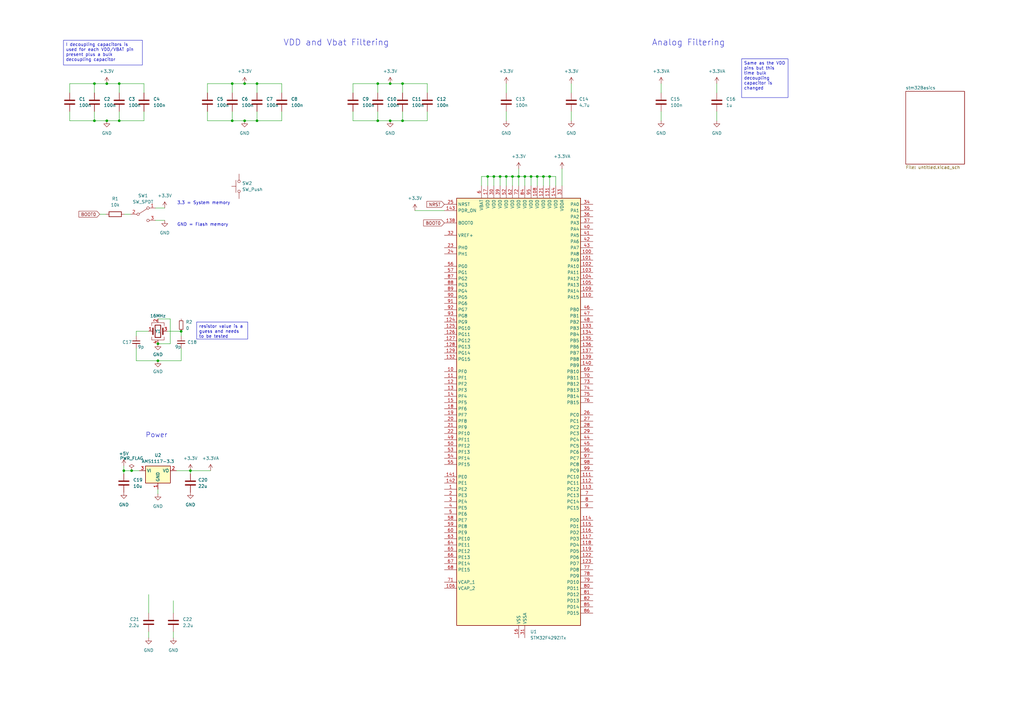
<source format=kicad_sch>
(kicad_sch (version 20230121) (generator eeschema)
  (paper "A3")
  (title_block (title "rev2.1") (date "2024-04-04"))
  (lib_symbols
    (symbol "Device:C" (pin_numbers hide) (pin_names (offset 0.254))
      (property "Reference" "C" (at 0.635 2.54 0))
      (property "Value" "C" (at 0.635 -2.54 0))
      (symbol "C_0_1"
        (polyline (pts (xy -2.032 -0.762) (xy 2.032 -0.762)) (stroke (width 0.508)))
        (polyline (pts (xy -2.032 0.762) (xy 2.032 0.762)) (stroke (width 0.508)))
      )
      (symbol "C_1_1"
        (pin passive line (at 0 3.81 270) (length 2.794) (name "~") (number "1"))
        (pin passive line (at 0 -3.81 90) (length 2.794) (name "~") (number "2"))
      )
    )
    (symbol "Device:C_Small" (pin_numbers hide) (pin_names (offset 0.254) hide)
      (property "Reference" "C" (at 0.254 1.778 0))
      (property "Value" "C_Small" (at 0.254 -2.032 0))
      (symbol "C_Small_0_1"
        (polyline (pts (xy -1.524 -0.508) (xy 1.524 -0.508)) (stroke (width 0.3302)))
        (polyline (pts (xy -1.524 0.508) (xy 1.524 0.508)) (stroke (width 0.3048)))
      )
      (symbol "C_Small_1_1"
        (pin passive line (at 0 2.54 270) (length 2.032) (name "~") (number "1"))
        (pin passive line (at 0 -2.54 90) (length 2.032) (name "~") (number "2"))
      )
    )
    (symbol "Device:Crystal_GND24" (pin_names (offset 1.016) hide)
      (property "Reference" "Y" (at 3.175 5.08 0))
      (property "Value" "Crystal_GND24" (at 3.175 3.175 0))
      (symbol "Crystal_GND24_0_1"
        (rectangle (start -1.143 2.54) (end 1.143 -2.54) (stroke (width 0.3048)))
        (polyline (pts (xy -2.54 0) (xy -2.032 0)))
        (polyline (pts (xy -2.032 -1.27) (xy -2.032 1.27)) (stroke (width 0.508)))
        (polyline (pts (xy 0 -3.81) (xy 0 -3.556)))
        (polyline (pts (xy 0 3.556) (xy 0 3.81)))
        (polyline (pts (xy 2.032 -1.27) (xy 2.032 1.27)) (stroke (width 0.508)))
        (polyline (pts (xy 2.032 0) (xy 2.54 0)))
        (polyline (pts (xy -2.54 -2.286) (xy -2.54 -3.556) (xy 2.54 -3.556) (xy 2.54 -2.286)))
        (polyline (pts (xy -2.54 2.286) (xy -2.54 3.556) (xy 2.54 3.556) (xy 2.54 2.286)))
      )
      (symbol "Crystal_GND24_1_1"
        (pin passive line (at -3.81 0 0) (length 1.27) (name "1") (number "1"))
        (pin passive line (at 0 5.08 270) (length 1.27) (name "2") (number "2"))
        (pin passive line (at 3.81 0 180) (length 1.27) (name "3") (number "3"))
        (pin passive line (at 0 -5.08 90) (length 1.27) (name "4") (number "4"))
      )
    )
    (symbol "Device:R" (pin_numbers hide) (pin_names (offset 0))
      (property "Reference" "R" (at 2.032 0 90))
      (property "Value" "R" (at 0 0 90))
      (symbol "R_0_1"
        (rectangle (start -1.016 -2.54) (end 1.016 2.54) (stroke (width 0.254)))
      )
      (symbol "R_1_1"
        (pin passive line (at 0 3.81 270) (length 1.27) (name "~") (number "1"))
        (pin passive line (at 0 -3.81 90) (length 1.27) (name "~") (number "2"))
      )
    )
    (symbol "Device:R_Small" (pin_numbers hide) (pin_names (offset 0.254) hide)
      (property "Reference" "R" (at 0.762 0.508 0))
      (property "Value" "R_Small" (at 0.762 -1.016 0))
      (symbol "R_Small_0_1"
        (rectangle (start -0.762 1.778) (end 0.762 -1.778) (stroke (width 0.2032)))
      )
      (symbol "R_Small_1_1"
        (pin passive line (at 0 2.54 270) (length 0.762) (name "~") (number "1"))
        (pin passive line (at 0 -2.54 90) (length 0.762) (name "~") (number "2"))
      )
    )
    (symbol "MCU_ST_STM32F4:STM32F429ZITx"
      (property "Reference" "U" (at -25.4 90.17 0))
      (property "Value" "STM32F429ZITx" (at 20.32 90.17 0))
      (symbol "STM32F429ZITx_0_1"
        (rectangle (start -25.4 -86.36) (end 25.4 88.9) (stroke (width 0.254)) (fill (type background)))
      )
      (symbol "STM32F429ZITx_1_1"
        (pin bidirectional line (at -30.48 -30.48 0) (length 5.08) (name "PE2") (number "1"))
        (pin bidirectional line (at -30.48 17.78 0) (length 5.08) (name "PF0") (number "10"))
        (pin bidirectional line (at 30.48 66.04 180) (length 5.08) (name "PA8") (number "100"))
        (pin bidirectional line (at 30.48 63.5 180) (length 5.08) (name "PA9") (number "101"))
        (pin bidirectional line (at 30.48 60.96 180) (length 5.08) (name "PA10") (number "102"))
        (pin bidirectional line (at 30.48 58.42 180) (length 5.08) (name "PA11") (number "103"))
        (pin bidirectional line (at 30.48 55.88 180) (length 5.08) (name "PA12") (number "104"))
        (pin bidirectional line (at 30.48 53.34 180) (length 5.08) (name "PA13") (number "105"))
        (pin power_out line (at -30.48 -71.12 0) (length 5.08) (name "VCAP_2") (number "106"))
        (pin passive line (at 0 -91.44 90) (length 5.08) hide (name "VSS") (number "107"))
        (pin power_in line (at 7.62 93.98 270) (length 5.08) (name "VDD") (number "108"))
        (pin bidirectional line (at 30.48 50.8 180) (length 5.08) (name "PA14") (number "109"))
        (pin bidirectional line (at -30.48 15.24 0) (length 5.08) (name "PF1") (number "11"))
        (pin bidirectional line (at 30.48 48.26 180) (length 5.08) (name "PA15") (number "110"))
        (pin bidirectional line (at 30.48 -25.4 180) (length 5.08) (name "PC10") (number "111"))
        (pin bidirectional line (at 30.48 -27.94 180) (length 5.08) (name "PC11") (number "112"))
        (pin bidirectional line (at 30.48 -30.48 180) (length 5.08) (name "PC12") (number "113"))
        (pin bidirectional line (at 30.48 -43.18 180) (length 5.08) (name "PD0") (number "114"))
        (pin bidirectional line (at 30.48 -45.72 180) (length 5.08) (name "PD1") (number "115"))
        (pin bidirectional line (at 30.48 -48.26 180) (length 5.08) (name "PD2") (number "116"))
        (pin bidirectional line (at 30.48 -50.8 180) (length 5.08) (name "PD3") (number "117"))
        (pin bidirectional line (at 30.48 -53.34 180) (length 5.08) (name "PD4") (number "118"))
        (pin bidirectional line (at 30.48 -55.88 180) (length 5.08) (name "PD5") (number "119"))
        (pin bidirectional line (at -30.48 12.7 0) (length 5.08) (name "PF2") (number "12"))
        (pin passive line (at 0 -91.44 90) (length 5.08) hide (name "VSS") (number "120"))
        (pin power_in line (at 10.16 93.98 270) (length 5.08) (name "VDD") (number "121"))
        (pin bidirectional line (at 30.48 -58.42 180) (length 5.08) (name "PD6") (number "122"))
        (pin bidirectional line (at 30.48 -60.96 180) (length 5.08) (name "PD7") (number "123"))
        (pin bidirectional line (at -30.48 38.1 0) (length 5.08) (name "PG9") (number "124"))
        (pin bidirectional line (at -30.48 35.56 0) (length 5.08) (name "PG10") (number "125"))
        (pin bidirectional line (at -30.48 33.02 0) (length 5.08) (name "PG11") (number "126"))
        (pin bidirectional line (at -30.48 30.48 0) (length 5.08) (name "PG12") (number "127"))
        (pin bidirectional line (at -30.48 27.94 0) (length 5.08) (name "PG13") (number "128"))
        (pin bidirectional line (at -30.48 25.4 0) (length 5.08) (name "PG14") (number "129"))
        (pin bidirectional line (at -30.48 10.16 0) (length 5.08) (name "PF3") (number "13"))
        (pin passive line (at 0 -91.44 90) (length 5.08) hide (name "VSS") (number "130"))
        (pin power_in line (at 12.7 93.98 270) (length 5.08) (name "VDD") (number "131"))
        (pin bidirectional line (at -30.48 22.86 0) (length 5.08) (name "PG15") (number "132"))
        (pin bidirectional line (at 30.48 35.56 180) (length 5.08) (name "PB3") (number "133"))
        (pin bidirectional line (at 30.48 33.02 180) (length 5.08) (name "PB4") (number "134"))
        (pin bidirectional line (at 30.48 30.48 180) (length 5.08) (name "PB5") (number "135"))
        (pin bidirectional line (at 30.48 27.94 180) (length 5.08) (name "PB6") (number "136"))
        (pin bidirectional line (at 30.48 25.4 180) (length 5.08) (name "PB7") (number "137"))
        (pin input line (at -30.48 78.74 0) (length 5.08) (name "BOOT0") (number "138"))
        (pin bidirectional line (at 30.48 22.86 180) (length 5.08) (name "PB8") (number "139"))
        (pin bidirectional line (at -30.48 7.62 0) (length 5.08) (name "PF4") (number "14"))
        (pin bidirectional line (at 30.48 20.32 180) (length 5.08) (name "PB9") (number "140"))
        (pin bidirectional line (at -30.48 -25.4 0) (length 5.08) (name "PE0") (number "141"))
        (pin bidirectional line (at -30.48 -27.94 0) (length 5.08) (name "PE1") (number "142"))
        (pin input line (at -30.48 83.82 0) (length 5.08) (name "PDR_ON") (number "143"))
        (pin power_in line (at 15.24 93.98 270) (length 5.08) (name "VDD") (number "144"))
        (pin bidirectional line (at -30.48 5.08 0) (length 5.08) (name "PF5") (number "15"))
        (pin power_in line (at 0 -91.44 90) (length 5.08) (name "VSS") (number "16"))
        (pin power_in line (at -12.7 93.98 270) (length 5.08) (name "VDD") (number "17"))
        (pin bidirectional line (at -30.48 2.54 0) (length 5.08) (name "PF6") (number "18"))
        (pin bidirectional line (at -30.48 0 0) (length 5.08) (name "PF7") (number "19"))
        (pin bidirectional line (at -30.48 -33.02 0) (length 5.08) (name "PE3") (number "2"))
        (pin bidirectional line (at -30.48 -2.54 0) (length 5.08) (name "PF8") (number "20"))
        (pin bidirectional line (at -30.48 -5.08 0) (length 5.08) (name "PF9") (number "21"))
        (pin bidirectional line (at -30.48 -7.62 0) (length 5.08) (name "PF10") (number "22"))
        (pin bidirectional line (at -30.48 68.58 0) (length 5.08) (name "PH0") (number "23"))
        (pin bidirectional line (at -30.48 66.04 0) (length 5.08) (name "PH1") (number "24"))
        (pin input line (at -30.48 86.36 0) (length 5.08) (name "NRST") (number "25"))
        (pin bidirectional line (at 30.48 0 180) (length 5.08) (name "PC0") (number "26"))
        (pin bidirectional line (at 30.48 -2.54 180) (length 5.08) (name "PC1") (number "27"))
        (pin bidirectional line (at 30.48 -5.08 180) (length 5.08) (name "PC2") (number "28"))
        (pin bidirectional line (at 30.48 -7.62 180) (length 5.08) (name "PC3") (number "29"))
        (pin bidirectional line (at -30.48 -35.56 0) (length 5.08) (name "PE4") (number "3"))
        (pin power_in line (at -10.16 93.98 270) (length 5.08) (name "VDD") (number "30"))
        (pin power_in line (at 2.54 -91.44 90) (length 5.08) (name "VSSA") (number "31"))
        (pin input line (at -30.48 73.66 0) (length 5.08) (name "VREF+") (number "32"))
        (pin power_in line (at 17.78 93.98 270) (length 5.08) (name "VDDA") (number "33"))
        (pin bidirectional line (at 30.48 86.36 180) (length 5.08) (name "PA0") (number "34"))
        (pin bidirectional line (at 30.48 83.82 180) (length 5.08) (name "PA1") (number "35"))
        (pin bidirectional line (at 30.48 81.28 180) (length 5.08) (name "PA2") (number "36"))
        (pin bidirectional line (at 30.48 78.74 180) (length 5.08) (name "PA3") (number "37"))
        (pin passive line (at 0 -91.44 90) (length 5.08) hide (name "VSS") (number "38"))
        (pin power_in line (at -7.62 93.98 270) (length 5.08) (name "VDD") (number "39"))
        (pin bidirectional line (at -30.48 -38.1 0) (length 5.08) (name "PE5") (number "4"))
        (pin bidirectional line (at 30.48 76.2 180) (length 5.08) (name "PA4") (number "40"))
        (pin bidirectional line (at 30.48 73.66 180) (length 5.08) (name "PA5") (number "41"))
        (pin bidirectional line (at 30.48 71.12 180) (length 5.08) (name "PA6") (number "42"))
        (pin bidirectional line (at 30.48 68.58 180) (length 5.08) (name "PA7") (number "43"))
        (pin bidirectional line (at 30.48 -10.16 180) (length 5.08) (name "PC4") (number "44"))
        (pin bidirectional line (at 30.48 -12.7 180) (length 5.08) (name "PC5") (number "45"))
        (pin bidirectional line (at 30.48 43.18 180) (length 5.08) (name "PB0") (number "46"))
        (pin bidirectional line (at 30.48 40.64 180) (length 5.08) (name "PB1") (number "47"))
        (pin bidirectional line (at 30.48 38.1 180) (length 5.08) (name "PB2") (number "48"))
        (pin bidirectional line (at -30.48 -10.16 0) (length 5.08) (name "PF11") (number "49"))
        (pin bidirectional line (at -30.48 -40.64 0) (length 5.08) (name "PE6") (number "5"))
        (pin bidirectional line (at -30.48 -12.7 0) (length 5.08) (name "PF12") (number "50"))
        (pin passive line (at 0 -91.44 90) (length 5.08) hide (name "VSS") (number "51"))
        (pin power_in line (at -5.08 93.98 270) (length 5.08) (name "VDD") (number "52"))
        (pin bidirectional line (at -30.48 -15.24 0) (length 5.08) (name "PF13") (number "53"))
        (pin bidirectional line (at -30.48 -17.78 0) (length 5.08) (name "PF14") (number "54"))
        (pin bidirectional line (at -30.48 -20.32 0) (length 5.08) (name "PF15") (number "55"))
        (pin bidirectional line (at -30.48 60.96 0) (length 5.08) (name "PG0") (number "56"))
        (pin bidirectional line (at -30.48 58.42 0) (length 5.08) (name "PG1") (number "57"))
        (pin bidirectional line (at -30.48 -43.18 0) (length 5.08) (name "PE7") (number "58"))
        (pin bidirectional line (at -30.48 -45.72 0) (length 5.08) (name "PE8") (number "59"))
        (pin power_in line (at -15.24 93.98 270) (length 5.08) (name "VBAT") (number "6"))
        (pin bidirectional line (at -30.48 -48.26 0) (length 5.08) (name "PE9") (number "60"))
        (pin passive line (at 0 -91.44 90) (length 5.08) hide (name "VSS") (number "61"))
        (pin power_in line (at -2.54 93.98 270) (length 5.08) (name "VDD") (number "62"))
        (pin bidirectional line (at -30.48 -50.8 0) (length 5.08) (name "PE10") (number "63"))
        (pin bidirectional line (at -30.48 -53.34 0) (length 5.08) (name "PE11") (number "64"))
        (pin bidirectional line (at -30.48 -55.88 0) (length 5.08) (name "PE12") (number "65"))
        (pin bidirectional line (at -30.48 -58.42 0) (length 5.08) (name "PE13") (number "66"))
        (pin bidirectional line (at -30.48 -60.96 0) (length 5.08) (name "PE14") (number "67"))
        (pin bidirectional line (at -30.48 -63.5 0) (length 5.08) (name "PE15") (number "68"))
        (pin bidirectional line (at 30.48 17.78 180) (length 5.08) (name "PB10") (number "69"))
        (pin bidirectional line (at 30.48 -33.02 180) (length 5.08) (name "PC13") (number "7"))
        (pin bidirectional line (at 30.48 15.24 180) (length 5.08) (name "PB11") (number "70"))
        (pin power_out line (at -30.48 -68.58 0) (length 5.08) (name "VCAP_1") (number "71"))
        (pin power_in line (at 0 93.98 270) (length 5.08) (name "VDD") (number "72"))
        (pin bidirectional line (at 30.48 12.7 180) (length 5.08) (name "PB12") (number "73"))
        (pin bidirectional line (at 30.48 10.16 180) (length 5.08) (name "PB13") (number "74"))
        (pin bidirectional line (at 30.48 7.62 180) (length 5.08) (name "PB14") (number "75"))
        (pin bidirectional line (at 30.48 5.08 180) (length 5.08) (name "PB15") (number "76"))
        (pin bidirectional line (at 30.48 -63.5 180) (length 5.08) (name "PD8") (number "77"))
        (pin bidirectional line (at 30.48 -66.04 180) (length 5.08) (name "PD9") (number "78"))
        (pin bidirectional line (at 30.48 -68.58 180) (length 5.08) (name "PD10") (number "79"))
        (pin bidirectional line (at 30.48 -35.56 180) (length 5.08) (name "PC14") (number "8"))
        (pin bidirectional line (at 30.48 -71.12 180) (length 5.08) (name "PD11") (number "80"))
        (pin bidirectional line (at 30.48 -73.66 180) (length 5.08) (name "PD12") (number "81"))
        (pin bidirectional line (at 30.48 -76.2 180) (length 5.08) (name "PD13") (number "82"))
        (pin passive line (at 0 -91.44 90) (length 5.08) hide (name "VSS") (number "83"))
        (pin power_in line (at 2.54 93.98 270) (length 5.08) (name "VDD") (number "84"))
        (pin bidirectional line (at 30.48 -78.74 180) (length 5.08) (name "PD14") (number "85"))
        (pin bidirectional line (at 30.48 -81.28 180) (length 5.08) (name "PD15") (number "86"))
        (pin bidirectional line (at -30.48 55.88 0) (length 5.08) (name "PG2") (number "87"))
        (pin bidirectional line (at -30.48 53.34 0) (length 5.08) (name "PG3") (number "88"))
        (pin bidirectional line (at -30.48 50.8 0) (length 5.08) (name "PG4") (number "89"))
        (pin bidirectional line (at 30.48 -38.1 180) (length 5.08) (name "PC15") (number "9"))
        (pin bidirectional line (at -30.48 48.26 0) (length 5.08) (name "PG5") (number "90"))
        (pin bidirectional line (at -30.48 45.72 0) (length 5.08) (name "PG6") (number "91"))
        (pin bidirectional line (at -30.48 43.18 0) (length 5.08) (name "PG7") (number "92"))
        (pin bidirectional line (at -30.48 40.64 0) (length 5.08) (name "PG8") (number "93"))
        (pin passive line (at 0 -91.44 90) (length 5.08) hide (name "VSS") (number "94"))
        (pin power_in line (at 5.08 93.98 270) (length 5.08) (name "VDD") (number "95"))
        (pin bidirectional line (at 30.48 -15.24 180) (length 5.08) (name "PC6") (number "96"))
        (pin bidirectional line (at 30.48 -17.78 180) (length 5.08) (name "PC7") (number "97"))
        (pin bidirectional line (at 30.48 -20.32 180) (length 5.08) (name "PC8") (number "98"))
        (pin bidirectional line (at 30.48 -22.86 180) (length 5.08) (name "PC9") (number "99"))
      )
    )
    (symbol "Regulator_Linear:AMS1117-3.3"
      (property "Reference" "U" (at -3.81 3.175 0))
      (property "Value" "AMS1117-3.3" (at 0 3.175 0))
      (symbol "AMS1117-3.3_0_1"
        (rectangle (start -5.08 -5.08) (end 5.08 1.905) (stroke (width 0.254)) (fill (type background)))
      )
      (symbol "AMS1117-3.3_1_1"
        (pin power_in line (at 0 -7.62 90) (length 2.54) (name "GND") (number "1"))
        (pin power_out line (at 7.62 0 180) (length 2.54) (name "VO") (number "2"))
        (pin power_in line (at -7.62 0 0) (length 2.54) (name "VI") (number "3"))
      )
    )
    (symbol "Switch:SW_Push" (pin_numbers hide) (pin_names (offset 1.016) hide)
      (property "Reference" "SW" (at 1.27 2.54 0))
      (property "Value" "SW_Push" (at 0 -1.524 0))
      (symbol "SW_Push_0_1"
        (circle (center -2.032 0) (radius 0.508))
        (polyline (pts (xy 0 1.27) (xy 0 3.048)))
        (polyline (pts (xy 2.54 1.27) (xy -2.54 1.27)))
        (circle (center 2.032 0) (radius 0.508))
        (pin passive line (at -5.08 0 0) (length 2.54) (name "1") (number "1"))
        (pin passive line (at 5.08 0 180) (length 2.54) (name "2") (number "2"))
      )
    )
    (symbol "Switch:SW_SPDT" (pin_names (offset 0) hide)
      (property "Reference" "SW" (at 0 4.318 0))
      (property "Value" "SW_SPDT" (at 0 -5.08 0))
      (symbol "SW_SPDT_0_0"
        (circle (center -2.032 0) (radius 0.508))
        (circle (center 2.032 -2.54) (radius 0.508))
      )
      (symbol "SW_SPDT_0_1"
        (polyline (pts (xy -1.524 0.254) (xy 1.651 2.286)))
        (circle (center 2.032 2.54) (radius 0.508))
      )
      (symbol "SW_SPDT_1_1"
        (pin passive line (at 5.08 2.54 180) (length 2.54) (name "A") (number "1"))
        (pin passive line (at -5.08 0 0) (length 2.54) (name "B") (number "2"))
        (pin passive line (at 5.08 -2.54 180) (length 2.54) (name "C") (number "3"))
      )
    )
    (symbol "power:+3.3V" (power) (pin_names (offset 0))
      (property "Value" "+3.3V" (at 0 3.556 0))
      (symbol "+3.3V_0_1"
        (polyline (pts (xy -0.762 1.27) (xy 0 2.54)))
        (polyline (pts (xy 0 0) (xy 0 2.54)))
        (polyline (pts (xy 0 2.54) (xy 0.762 1.27)))
      )
      (symbol "+3.3V_1_1"
        (pin power_in line (at 0 0 90) (length 0) hide (name "+3.3V") (number "1"))
      )
    )
    (symbol "power:+3.3VA" (power) (pin_names (offset 0))
      (property "Value" "+3.3VA" (at 0 3.556 0))
      (symbol "+3.3VA_0_1"
        (polyline (pts (xy -0.762 1.27) (xy 0 2.54)))
        (polyline (pts (xy 0 0) (xy 0 2.54)))
        (polyline (pts (xy 0 2.54) (xy 0.762 1.27)))
      )
      (symbol "+3.3VA_1_1"
        (pin power_in line (at 0 0 90) (length 0) hide (name "+3.3VA") (number "1"))
      )
    )
    (symbol "power:+5V" (power) (pin_names (offset 0))
      (property "Value" "+5V" (at 0 3.556 0))
      (symbol "+5V_0_1"
        (polyline (pts (xy -0.762 1.27) (xy 0 2.54)))
        (polyline (pts (xy 0 0) (xy 0 2.54)))
        (polyline (pts (xy 0 2.54) (xy 0.762 1.27)))
      )
      (symbol "+5V_1_1"
        (pin power_in line (at 0 0 90) (length 0) hide (name "+5V") (number "1"))
      )
    )
    (symbol "power:GND" (power) (pin_names (offset 0))
      (property "Value" "GND" (at 0 -3.81 0))
      (symbol "GND_0_1"
        (polyline (pts (xy 0 0) (xy 0 -1.27) (xy 1.27 -1.27) (xy 0 -2.54) (xy -1.27 -1.27) (xy 0 -1.27)))
      )
      (symbol "GND_1_1"
        (pin power_in line (at 0 0 270) (length 0) hide (name "GND") (number "1"))
      )
    )
    (symbol "power:PWR_FLAG" (power) (pin_numbers hide) (pin_names (offset 0) hide)
      (property "Value" "PWR_FLAG" (at 0 3.81 0))
      (symbol "PWR_FLAG_0_0"
        (pin power_out line (at 0 0 90) (length 0) (name "pwr") (number "1"))
      )
      (symbol "PWR_FLAG_0_1"
        (polyline (pts (xy 0 0) (xy 0 1.27) (xy -1.016 1.905) (xy 0 2.54) (xy 1.016 1.905) (xy 0 1.27)))
      )
    )
  )
  (junction (at 95.25 34.29))
  (junction (at 105.41 34.29))
  (junction (at 212.725 72.39))
  (junction (at 160.02 49.53))
  (junction (at 154.94 49.53))
  (junction (at 43.815 49.53))
  (junction (at 78.105 193.04))
  (junction (at 38.735 49.53))
  (junction (at 95.25 49.53))
  (junction (at 220.345 72.39))
  (junction (at 225.425 72.39))
  (junction (at 64.77 147.955))
  (junction (at 100.33 34.29))
  (junction (at 217.805 72.39))
  (junction (at 165.1 34.29))
  (junction (at 205.105 72.39))
  (junction (at 74.295 135.89))
  (junction (at 165.1 49.53))
  (junction (at 202.565 72.39))
  (junction (at 207.645 72.39))
  (junction (at 210.185 72.39))
  (junction (at 48.895 49.53))
  (junction (at 160.02 34.29))
  (junction (at 222.885 72.39))
  (junction (at 105.41 49.53))
  (junction (at 154.94 34.29))
  (junction (at 38.735 34.29))
  (junction (at 53.975 193.04))
  (junction (at 215.265 72.39))
  (junction (at 200.025 72.39))
  (junction (at 43.815 34.29))
  (junction (at 100.33 49.53))
  (junction (at 64.77 140.97))
  (junction (at 50.8 193.04))
  (junction (at 48.895 34.29))
  (wire (pts (xy 154.94 34.29) (xy 160.02 34.29)))
  (wire (pts (xy 55.88 147.955) (xy 64.77 147.955)))
  (wire (pts (xy 144.78 34.29) (xy 154.94 34.29)))
  (wire (pts (xy 200.025 72.39) (xy 200.025 76.2)))
  (wire (pts (xy 51.0546 87.8618) (xy 53.5946 87.8618)))
  (wire (pts (xy 215.265 72.39) (xy 215.265 76.2)))
  (wire (pts (xy 212.725 69.215) (xy 212.725 72.39)))
  (wire (pts (xy 207.645 34.29) (xy 207.645 38.1)))
  (wire (pts (xy 71.12 261.62) (xy 71.12 259.08)))
  (wire (pts (xy 165.1 34.29) (xy 165.1 38.1)))
  (wire (pts (xy 74.295 137.795) (xy 74.295 135.89)))
  (wire (pts (xy 38.735 45.72) (xy 38.735 49.53)))
  (wire (pts (xy 40.8946 87.8618) (xy 43.4346 87.8618)))
  (wire (pts (xy 38.735 49.53) (xy 43.815 49.53)))
  (wire (pts (xy 115.57 49.53) (xy 115.57 45.72)))
  (wire (pts (xy 294.005 45.72) (xy 294.005 49.53)))
  (wire (pts (xy 59.055 34.29) (xy 59.055 38.1)))
  (wire (pts (xy 74.295 147.955) (xy 74.295 142.875)))
  (wire (pts (xy 217.805 72.39) (xy 220.345 72.39)))
  (wire (pts (xy 60.96 243.84) (xy 60.96 251.46)))
  (wire (pts (xy 230.505 69.215) (xy 230.505 76.2)))
  (wire (pts (xy 165.1 45.72) (xy 165.1 49.53)))
  (wire (pts (xy 95.25 45.72) (xy 95.25 49.53)))
  (wire (pts (xy 100.33 34.29) (xy 105.41 34.29)))
  (wire (pts (xy 222.885 72.39) (xy 225.425 72.39)))
  (wire (pts (xy 71.12 246.38) (xy 71.12 251.46)))
  (wire (pts (xy 78.105 193.04) (xy 78.105 194.31)))
  (wire (pts (xy 175.26 34.29) (xy 175.26 38.1)))
  (wire (pts (xy 50.8 193.04) (xy 50.8 194.31)))
  (wire (pts (xy 57.15 193.04) (xy 53.975 193.04)))
  (wire (pts (xy 205.105 72.39) (xy 205.105 76.2)))
  (wire (pts (xy 85.09 49.53) (xy 95.25 49.53)))
  (wire (pts (xy 64.77 147.955) (xy 74.295 147.955)))
  (wire (pts (xy 28.575 45.72) (xy 28.575 49.53)))
  (wire (pts (xy 85.09 34.29) (xy 95.25 34.29)))
  (wire (pts (xy 55.88 135.89) (xy 55.88 137.795)))
  (wire (pts (xy 205.105 72.39) (xy 207.645 72.39)))
  (wire (pts (xy 217.805 72.39) (xy 217.805 76.2)))
  (wire (pts (xy 144.78 45.72) (xy 144.78 49.53)))
  (wire (pts (xy 67.5646 85.3218) (xy 63.7546 85.3218)))
  (wire (pts (xy 144.78 38.1) (xy 144.78 34.29)))
  (wire (pts (xy 95.25 49.53) (xy 100.33 49.53)))
  (wire (pts (xy 144.78 49.53) (xy 154.94 49.53)))
  (wire (pts (xy 154.94 45.72) (xy 154.94 49.53)))
  (wire (pts (xy 100.33 49.53) (xy 105.41 49.53)))
  (wire (pts (xy 72.39 193.04) (xy 78.105 193.04)))
  (wire (pts (xy 50.8 191.135) (xy 50.8 193.04)))
  (wire (pts (xy 85.09 45.72) (xy 85.09 49.53)))
  (wire (pts (xy 210.185 72.39) (xy 210.185 76.2)))
  (wire (pts (xy 200.025 72.39) (xy 202.565 72.39)))
  (wire (pts (xy 197.485 72.39) (xy 200.025 72.39)))
  (wire (pts (xy 212.725 72.39) (xy 215.265 72.39)))
  (wire (pts (xy 59.055 49.53) (xy 59.055 45.72)))
  (wire (pts (xy 170.18 86.36) (xy 182.245 86.36)))
  (wire (pts (xy 207.645 72.39) (xy 210.185 72.39)))
  (wire (pts (xy 207.645 72.39) (xy 207.645 76.2)))
  (wire (pts (xy 227.965 72.39) (xy 227.965 76.2)))
  (wire (pts (xy 78.105 193.04) (xy 86.36 193.04)))
  (wire (pts (xy 222.885 72.39) (xy 222.885 76.2)))
  (wire (pts (xy 175.26 49.53) (xy 175.26 45.72)))
  (wire (pts (xy 160.02 34.29) (xy 165.1 34.29)))
  (wire (pts (xy 69.85 140.97) (xy 64.77 140.97)))
  (wire (pts (xy 165.1 34.29) (xy 175.26 34.29)))
  (wire (pts (xy 160.02 49.53) (xy 165.1 49.53)))
  (wire (pts (xy 165.1 49.53) (xy 175.26 49.53)))
  (wire (pts (xy 28.575 49.53) (xy 38.735 49.53)))
  (wire (pts (xy 212.725 72.39) (xy 212.725 76.2)))
  (wire (pts (xy 115.57 34.29) (xy 115.57 38.1)))
  (wire (pts (xy 225.425 72.39) (xy 225.425 76.2)))
  (wire (pts (xy 294.005 34.29) (xy 294.005 38.1)))
  (wire (pts (xy 202.565 72.39) (xy 202.565 76.2)))
  (wire (pts (xy 43.815 49.53) (xy 48.895 49.53)))
  (wire (pts (xy 202.565 72.39) (xy 205.105 72.39)))
  (wire (pts (xy 234.315 45.72) (xy 234.315 49.53)))
  (wire (pts (xy 64.77 202.565) (xy 64.77 200.66)))
  (wire (pts (xy 207.645 45.72) (xy 207.645 49.53)))
  (wire (pts (xy 220.345 72.39) (xy 222.885 72.39)))
  (wire (pts (xy 154.94 34.29) (xy 154.94 38.1)))
  (wire (pts (xy 67.5646 90.4018) (xy 63.7546 90.4018)))
  (wire (pts (xy 225.425 72.39) (xy 227.965 72.39)))
  (wire (pts (xy 197.485 76.2) (xy 197.485 72.39)))
  (wire (pts (xy 95.25 34.29) (xy 95.25 38.1)))
  (wire (pts (xy 95.25 34.29) (xy 100.33 34.29)))
  (wire (pts (xy 85.09 38.1) (xy 85.09 34.29)))
  (wire (pts (xy 105.41 49.53) (xy 115.57 49.53)))
  (wire (pts (xy 48.895 45.72) (xy 48.895 49.53)))
  (wire (pts (xy 215.265 72.39) (xy 217.805 72.39)))
  (wire (pts (xy 271.145 45.72) (xy 271.145 49.53)))
  (wire (pts (xy 28.575 34.29) (xy 38.735 34.29)))
  (wire (pts (xy 210.185 72.39) (xy 212.725 72.39)))
  (wire (pts (xy 43.815 34.29) (xy 48.895 34.29)))
  (wire (pts (xy 64.77 130.81) (xy 69.85 130.81)))
  (wire (pts (xy 105.41 45.72) (xy 105.41 49.53)))
  (wire (pts (xy 48.895 34.29) (xy 48.895 38.1)))
  (wire (pts (xy 48.895 34.29) (xy 59.055 34.29)))
  (wire (pts (xy 48.895 49.53) (xy 59.055 49.53)))
  (wire (pts (xy 220.345 72.39) (xy 220.345 76.2)))
  (wire (pts (xy 53.975 193.04) (xy 50.8 193.04)))
  (wire (pts (xy 60.96 135.89) (xy 55.88 135.89)))
  (wire (pts (xy 55.88 142.875) (xy 55.88 147.955)))
  (wire (pts (xy 28.575 38.1) (xy 28.575 34.29)))
  (wire (pts (xy 69.85 130.81) (xy 69.85 140.97)))
  (wire (pts (xy 74.295 135.89) (xy 68.58 135.89)))
  (wire (pts (xy 38.735 34.29) (xy 43.815 34.29)))
  (wire (pts (xy 234.315 34.29) (xy 234.315 38.1)))
  (wire (pts (xy 271.145 34.29) (xy 271.145 38.1)))
  (wire (pts (xy 154.94 49.53) (xy 160.02 49.53)))
  (wire (pts (xy 105.41 34.29) (xy 105.41 38.1)))
  (wire (pts (xy 105.41 34.29) (xy 115.57 34.29)))
  (wire (pts (xy 38.735 34.29) (xy 38.735 38.1)))
  (wire (pts (xy 60.96 259.08) (xy 60.96 261.62)))
  (text_box "resistor value is a guess and needs to be tested\n" (at 80.645 132.08 0) (size 20.955 6.985) (effects (font (size 1.27 1.27)) (justify left top)))
  (text_box "Same as the VDD pins but this time bulk decoupling capacitor is changed \n" (at 304.165 24.13 0) (size 19.05 15.875) (effects (font (size 1.27 1.27)) (justify left top)))
  (text_box "I decoupling capacitors is used for each VDD/VBAT pin present plus a bulk decoupling capacitor\n" (at 26.035 16.51 0) (size 32.385 10.16) (effects (font (size 1.27 1.27)) (justify left top)))
  (text "3.3 = System memory\n" (at 72.6446 84.0518 0) (effects (font (size 1.27 1.27)) (justify left bottom)))
  (text "GND = Flash memory\n" (at 72.6446 92.9418 0) (effects (font (size 1.27 1.27)) (justify left bottom)))
  (text "Power" (at 59.69 179.705 0) (effects (font (size 2 2)) (justify left bottom)))
  (text "Analog Filtering" (at 267.335 19.05 0) (effects (font (size 2.5 2.5)) (justify left bottom)))
  (text "VDD and Vbat Filtering" (at 116.205 19.05 0) (effects (font (size 2.5 2.5)) (justify left bottom)))
  (global_label "BOOT0" (shape input) (at 40.8946 87.8618 180) (property "Intersheetrefs" "${INTERSHEET_REFS}" (effects hide)))
  (global_label "NRST" (shape input) (at 182.245 83.82 180) (property "Intersheetrefs" "${INTERSHEET_REFS}" (effects hide)))
  (global_label "BOOT0" (shape input) (at 182.245 91.44 180) (property "Intersheetrefs" "${INTERSHEET_REFS}" (effects hide)))
  (symbol (lib_id "power:+3.3V") (at 43.815 34.29 0) (unit 1)
    (property "Reference" "#PWR01" (effects hide))
    (property "Value" "+3.3V" (at 43.815 29.21 0))
  )
  (symbol (lib_id "Device:C") (at 71.12 255.27 0) (unit 1)
    (property "Reference" "C22" (at 74.93 254 0) (effects (justify left)))
    (property "Value" "2.2u" (at 74.93 256.54 0) (effects (justify left)))
    (property "Footprint" "Capacitor_SMD:C_0603_1608Metric_Pad1.08x0.95mm_HandSolder" (effects hide))
  )
  (symbol (lib_id "power:GND") (at 160.02 49.53 0) (unit 1)
    (property "Reference" "#PWR06" (effects hide))
    (property "Value" "GND" (at 160.02 54.61 0))
  )
  (symbol (lib_id "power:+3.3V") (at 170.18 86.36 0) (unit 1)
    (property "Reference" "#PWR056" (effects hide))
    (property "Value" "+3.3V" (at 170.18 81.28 0))
  )
  (symbol (lib_id "Device:R_Small") (at 74.295 133.35 0) (unit 1)
    (property "Reference" "R2" (at 76.2 132.08 0) (effects (justify left)))
    (property "Value" "0" (at 76.2 134.62 0) (effects (justify left)))
    (property "Footprint" "Resistor_SMD:R_0603_1608Metric_Pad0.98x0.95mm_HandSolder" (effects hide))
  )
  (symbol (lib_id "power:+3.3V") (at 78.105 193.04 0) (unit 1)
    (property "Reference" "#PWR022" (effects hide))
    (property "Value" "+3.3V" (at 78.105 187.96 0))
  )
  (symbol (lib_id "power:+3.3VA") (at 230.505 69.215 0) (unit 1)
    (property "Reference" "#PWR055" (effects hide))
    (property "Value" "+3.3VA" (at 230.505 64.135 0))
  )
  (symbol (lib_id "Device:C") (at 154.94 41.91 0) (unit 1)
    (property "Reference" "C10" (at 158.75 40.64 0) (effects (justify left)))
    (property "Value" "100n" (at 158.75 43.18 0) (effects (justify left)))
    (property "Footprint" "Capacitor_SMD:C_0603_1608Metric_Pad1.08x0.95mm_HandSolder" (effects hide))
  )
  (symbol (lib_id "Device:C") (at 95.25 41.91 0) (unit 1)
    (property "Reference" "C6" (at 99.06 40.64 0) (effects (justify left)))
    (property "Value" "100n" (at 99.06 43.18 0) (effects (justify left)))
    (property "Footprint" "Capacitor_SMD:C_0603_1608Metric_Pad1.08x0.95mm_HandSolder" (effects hide))
  )
  (symbol (lib_id "Switch:SW_SPDT") (at 58.6746 87.8618 0) (unit 1)
    (property "Reference" "SW1" (at 58.6746 80.2418 0))
    (property "Value" "SW_SPDT" (at 58.6746 82.7818 0))
    (property "Footprint" "Button_Switch_SMD:SW_SPDT_PCM12" (effects hide))
  )
  (symbol (lib_id "power:GND") (at 50.8 201.93 0) (unit 1)
    (property "Reference" "#PWR020" (effects hide))
    (property "Value" "GND" (at 50.8 207.01 0))
  )
  (symbol (lib_id "Device:C") (at 105.41 41.91 0) (unit 1)
    (property "Reference" "C7" (at 109.22 40.64 0) (effects (justify left)))
    (property "Value" "100n" (at 109.22 43.18 0) (effects (justify left)))
    (property "Footprint" "Capacitor_SMD:C_0603_1608Metric_Pad1.08x0.95mm_HandSolder" (effects hide))
  )
  (symbol (lib_id "power:GND") (at 100.33 49.53 0) (unit 1)
    (property "Reference" "#PWR04" (effects hide))
    (property "Value" "GND" (at 100.33 54.61 0))
  )
  (symbol (lib_id "Switch:SW_Push") (at 98.0446 76.4318 90) (unit 1)
    (property "Reference" "SW2" (at 99.3146 75.1618 90) (effects (justify right)))
    (property "Value" "SW_Push" (at 99.3146 77.7018 90) (effects (justify right)))
    (property "Footprint" "Button_Switch_SMD:SW_SPST_PTS645" (effects hide))
  )
  (symbol (lib_id "power:GND") (at 64.77 202.565 0) (unit 1)
    (property "Reference" "#PWR021" (effects hide))
    (property "Value" "GND" (at 64.77 207.645 0))
  )
  (symbol (lib_id "power:+3.3VA") (at 271.145 34.29 0) (unit 1)
    (property "Reference" "#PWR011" (effects hide))
    (property "Value" "+3.3VA" (at 271.145 29.21 0))
  )
  (symbol (lib_id "power:GND") (at 60.96 261.62 0) (unit 1)
    (property "Reference" "#PWR025" (effects hide))
    (property "Value" "GND" (at 60.96 266.7 0))
  )
  (symbol (lib_id "Device:C") (at 85.09 41.91 0) (unit 1)
    (property "Reference" "C5" (at 88.9 40.64 0) (effects (justify left)))
    (property "Value" "100n" (at 88.9 43.18 0) (effects (justify left)))
    (property "Footprint" "Capacitor_SMD:C_0603_1608Metric_Pad1.08x0.95mm_HandSolder" (effects hide))
  )
  (symbol (lib_id "power:GND") (at 64.77 140.97 0) (unit 1)
    (property "Reference" "#PWR017" (effects hide))
    (property "Value" "GND" (at 64.77 145.415 0))
  )
  (symbol (lib_id "power:GND") (at 271.145 49.53 0) (unit 1)
    (property "Reference" "#PWR012" (effects hide))
    (property "Value" "GND" (at 271.145 54.61 0))
  )
  (symbol (lib_id "Device:C") (at 234.315 41.91 0) (unit 1)
    (property "Reference" "C14" (at 237.49 40.64 0) (effects (justify left)))
    (property "Value" "4.7u" (at 237.49 43.18 0) (effects (justify left)))
    (property "Footprint" "Capacitor_SMD:C_0603_1608Metric_Pad1.08x0.95mm_HandSolder" (effects hide))
  )
  (symbol (lib_id "Device:C_Small") (at 74.295 140.335 0) (unit 1)
    (property "Reference" "C18" (at 76.835 140.335 0) (effects (justify left)))
    (property "Value" "9p" (at 71.755 142.24 0) (effects (justify left)))
    (property "Footprint" "Capacitor_SMD:C_0603_1608Metric_Pad1.08x0.95mm_HandSolder" (effects hide))
  )
  (symbol (lib_id "Device:C") (at 59.055 41.91 0) (unit 1)
    (property "Reference" "C4" (at 62.865 40.64 0) (effects (justify left)))
    (property "Value" "100n" (at 62.865 43.18 0) (effects (justify left)))
    (property "Footprint" "Capacitor_SMD:C_0603_1608Metric_Pad1.08x0.95mm_HandSolder" (effects hide))
  )
  (symbol (lib_id "MCU_ST_STM32F4:STM32F429ZITx") (at 212.725 170.18 0) (unit 1)
    (property "Reference" "U1" (at 217.4591 259.08 0) (effects (justify left)))
    (property "Value" "STM32F429ZITx" (at 217.4591 261.62 0) (effects (justify left)))
    (property "Footprint" "Package_QFP:LQFP-144_20x20mm_P0.5mm" (effects hide))
    (property "Datasheet" "https://www.st.com/resource/en/datasheet/stm32f429zi.pdf" (effects hide))
  )
  (symbol (lib_id "power:+3.3VA") (at 294.005 34.29 0) (unit 1)
    (property "Reference" "#PWR013" (effects hide))
    (property "Value" "+3.3VA" (at 294.005 29.21 0))
  )
  (symbol (lib_id "Regulator_Linear:AMS1117-3.3") (at 64.77 193.04 0) (unit 1)
    (property "Reference" "U2" (at 64.77 186.69 0))
    (property "Value" "AMS1117-3.3" (at 64.77 189.23 0))
    (property "Footprint" "Package_TO_SOT_SMD:SOT-223-3_TabPin2" (effects hide))
    (property "Datasheet" "http://www.advanced-monolithic.com/pdf/ds1117.pdf" (effects hide))
  )
  (symbol (lib_id "power:+3.3V") (at 234.315 34.29 0) (unit 1)
    (property "Reference" "#PWR09" (effects hide))
    (property "Value" "+3.3V" (at 234.315 29.21 0))
  )
  (symbol (lib_id "Device:C") (at 207.645 41.91 0) (unit 1)
    (property "Reference" "C13" (at 211.455 40.64 0) (effects (justify left)))
    (property "Value" "100n" (at 211.455 43.18 0) (effects (justify left)))
    (property "Footprint" "Capacitor_SMD:C_0603_1608Metric_Pad1.08x0.95mm_HandSolder" (effects hide))
  )
  (symbol (lib_id "Device:C") (at 50.8 198.12 0) (unit 1)
    (property "Reference" "C19" (at 54.61 196.85 0) (effects (justify left)))
    (property "Value" "10u" (at 54.61 199.39 0) (effects (justify left)))
    (property "Footprint" "Capacitor_SMD:C_0603_1608Metric_Pad1.08x0.95mm_HandSolder" (effects hide))
  )
  (symbol (lib_id "Device:C") (at 294.005 41.91 0) (unit 1)
    (property "Reference" "C16" (at 297.815 40.64 0) (effects (justify left)))
    (property "Value" "1u" (at 297.815 43.18 0) (effects (justify left)))
    (property "Footprint" "Capacitor_SMD:C_0603_1608Metric_Pad1.08x0.95mm_HandSolder" (effects hide))
  )
  (symbol (lib_id "power:GND") (at 234.315 49.53 0) (unit 1)
    (property "Reference" "#PWR010" (effects hide))
    (property "Value" "GND" (at 234.315 54.61 0))
  )
  (symbol (lib_id "power:GND") (at 71.12 261.62 0) (unit 1)
    (property "Reference" "#PWR026" (effects hide))
    (property "Value" "GND" (at 71.12 266.7 0))
  )
  (symbol (lib_id "power:GND") (at 207.645 49.53 0) (unit 1)
    (property "Reference" "#PWR08" (effects hide))
    (property "Value" "GND" (at 207.645 54.61 0))
  )
  (symbol (lib_id "power:GND") (at 43.815 49.53 0) (unit 1)
    (property "Reference" "#PWR02" (effects hide))
    (property "Value" "GND" (at 43.815 54.61 0))
  )
  (symbol (lib_id "Device:C") (at 60.96 255.27 0) (mirror y) (unit 1)
    (property "Reference" "C21" (at 57.15 254 0) (effects (justify left)))
    (property "Value" "2.2u" (at 57.15 256.54 0) (effects (justify left)))
    (property "Footprint" "Capacitor_SMD:C_0603_1608Metric_Pad1.08x0.95mm_HandSolder" (effects hide))
  )
  (symbol (lib_id "power:GND") (at 294.005 49.53 0) (unit 1)
    (property "Reference" "#PWR014" (effects hide))
    (property "Value" "GND" (at 294.005 54.61 0))
  )
  (symbol (lib_id "power:+3.3V") (at 212.725 69.215 0) (unit 1)
    (property "Reference" "#PWR054" (effects hide))
    (property "Value" "+3.3V" (at 212.725 64.135 0))
  )
  (symbol (lib_id "Device:C") (at 144.78 41.91 0) (unit 1)
    (property "Reference" "C9" (at 148.59 40.64 0) (effects (justify left)))
    (property "Value" "100n" (at 148.59 43.18 0) (effects (justify left)))
    (property "Footprint" "Capacitor_SMD:C_0603_1608Metric_Pad1.08x0.95mm_HandSolder" (effects hide))
  )
  (symbol (lib_id "Device:C") (at 165.1 41.91 0) (unit 1)
    (property "Reference" "C11" (at 168.91 40.64 0) (effects (justify left)))
    (property "Value" "100n" (at 168.91 43.18 0) (effects (justify left)))
    (property "Footprint" "Capacitor_SMD:C_0603_1608Metric_Pad1.08x0.95mm_HandSolder" (effects hide))
  )
  (symbol (lib_id "power:GND") (at 67.5646 90.4018 0) (unit 1)
    (property "Reference" "#PWR016" (effects hide))
    (property "Value" "GND" (at 67.5646 95.4818 0))
  )
  (symbol (lib_id "Device:C") (at 28.575 41.91 0) (unit 1)
    (property "Reference" "C1" (at 32.385 40.64 0) (effects (justify left)))
    (property "Value" "100n" (at 32.385 43.18 0) (effects (justify left)))
    (property "Footprint" "Capacitor_SMD:C_0603_1608Metric_Pad1.08x0.95mm_HandSolder" (effects hide))
  )
  (symbol (lib_id "power:+3.3V") (at 67.5646 85.3218 0) (unit 1)
    (property "Reference" "#PWR015" (effects hide))
    (property "Value" "+3.3V" (at 67.5646 80.2418 0))
  )
  (symbol (lib_id "Device:R") (at 47.2446 87.8618 90) (unit 1)
    (property "Reference" "R1" (at 47.2446 81.5118 90))
    (property "Value" "10k" (at 47.2446 84.0518 90))
    (property "Footprint" "Resistor_SMD:R_0603_1608Metric_Pad0.98x0.95mm_HandSolder" (effects hide))
  )
  (symbol (lib_id "power:GND") (at 64.77 147.955 0) (unit 1)
    (property "Reference" "#PWR018" (effects hide))
    (property "Value" "GND" (at 64.77 152.4 0))
  )
  (symbol (lib_id "Device:C") (at 175.26 41.91 0) (unit 1)
    (property "Reference" "C12" (at 179.07 40.64 0) (effects (justify left)))
    (property "Value" "100n" (at 179.07 43.18 0) (effects (justify left)))
    (property "Footprint" "Capacitor_SMD:C_0603_1608Metric_Pad1.08x0.95mm_HandSolder" (effects hide))
  )
  (symbol (lib_id "Device:Crystal_GND24") (at 64.77 135.89 0) (unit 1)
    (property "Reference" "Y1" (at 64.77 135.89 0))
    (property "Value" "16MHz" (at 64.77 129.54 0))
    (property "Footprint" "Crystal:Crystal_SMD_3225-4Pin_3.2x2.5mm" (effects hide))
  )
  (symbol (lib_id "power:+3.3V") (at 207.645 34.29 0) (unit 1)
    (property "Reference" "#PWR07" (effects hide))
    (property "Value" "+3.3V" (at 207.645 29.21 0))
  )
  (symbol (lib_id "Device:C") (at 115.57 41.91 0) (unit 1)
    (property "Reference" "C8" (at 119.38 40.64 0) (effects (justify left)))
    (property "Value" "100n" (at 119.38 43.18 0) (effects (justify left)))
    (property "Footprint" "Capacitor_SMD:C_0603_1608Metric_Pad1.08x0.95mm_HandSolder" (effects hide))
  )
  (symbol (lib_id "Device:C") (at 271.145 41.91 0) (unit 1)
    (property "Reference" "C15" (at 274.955 40.64 0) (effects (justify left)))
    (property "Value" "100n" (at 274.955 43.18 0) (effects (justify left)))
    (property "Footprint" "Capacitor_SMD:C_0603_1608Metric_Pad1.08x0.95mm_HandSolder" (effects hide))
  )
  (symbol (lib_id "power:PWR_FLAG") (at 53.975 193.04 0) (unit 1)
    (property "Reference" "#FLG01" (effects hide))
    (property "Value" "PWR_FLAG" (at 53.975 187.96 0))
  )
  (symbol (lib_id "Device:C") (at 78.105 198.12 0) (unit 1)
    (property "Reference" "C20" (at 81.28 196.85 0) (effects (justify left)))
    (property "Value" "22u" (at 81.28 199.39 0) (effects (justify left)))
    (property "Footprint" "Capacitor_SMD:C_0603_1608Metric_Pad1.08x0.95mm_HandSolder" (effects hide))
  )
  (symbol (lib_id "power:+3.3V") (at 100.33 34.29 0) (unit 1)
    (property "Reference" "#PWR03" (effects hide))
    (property "Value" "+3.3V" (at 100.33 29.21 0))
  )
  (symbol (lib_id "Device:C_Small") (at 55.88 140.335 0) (unit 1)
    (property "Reference" "C17" (at 50.165 140.335 0) (effects (justify left)))
    (property "Value" "9p" (at 56.515 142.24 0) (effects (justify left)))
    (property "Footprint" "Capacitor_SMD:C_0603_1608Metric_Pad1.08x0.95mm_HandSolder" (effects hide))
  )
  (symbol (lib_id "Device:C") (at 38.735 41.91 0) (unit 1)
    (property "Reference" "C2" (at 42.545 40.64 0) (effects (justify left)))
    (property "Value" "100n" (at 42.545 43.18 0) (effects (justify left)))
    (property "Footprint" "Capacitor_SMD:C_0603_1608Metric_Pad1.08x0.95mm_HandSolder" (effects hide))
  )
  (symbol (lib_id "power:+3.3V") (at 160.02 34.29 0) (unit 1)
    (property "Reference" "#PWR05" (effects hide))
    (property "Value" "+3.3V" (at 160.02 29.21 0))
  )
  (symbol (lib_id "power:+5V") (at 50.8 191.135 0) (unit 1)
    (property "Reference" "#PWR019" (effects hide))
    (property "Value" "+5V" (at 50.8 186.055 0))
  )
  (symbol (lib_id "power:+3.3VA") (at 86.36 193.04 0) (unit 1)
    (property "Reference" "#PWR024" (effects hide))
    (property "Value" "+3.3VA" (at 86.36 187.96 0))
  )
  (symbol (lib_id "power:GND") (at 78.105 201.93 0) (unit 1)
    (property "Reference" "#PWR023" (effects hide))
    (property "Value" "GND" (at 78.105 207.01 0))
  )
  (symbol (lib_id "Device:C") (at 48.895 41.91 0) (unit 1)
    (property "Reference" "C3" (at 52.705 40.64 0) (effects (justify left)))
    (property "Value" "100n" (at 52.705 43.18 0) (effects (justify left)))
    (property "Footprint" "Capacitor_SMD:C_0603_1608Metric_Pad1.08x0.95mm_HandSolder" (effects hide))
  )
  (sheet (at 371.475 37.465) (size 24.13 29.845) (stroke (width 0.1524))
    (property "Sheetname" "stm32Basics" (at 371.475 36.7534 0) (effects (justify left bottom)))
    (property "Sheetfile" "untitled.kicad_sch" (at 371.475 67.8946 0) (effects (justify left top)))
  )
)
</source>
